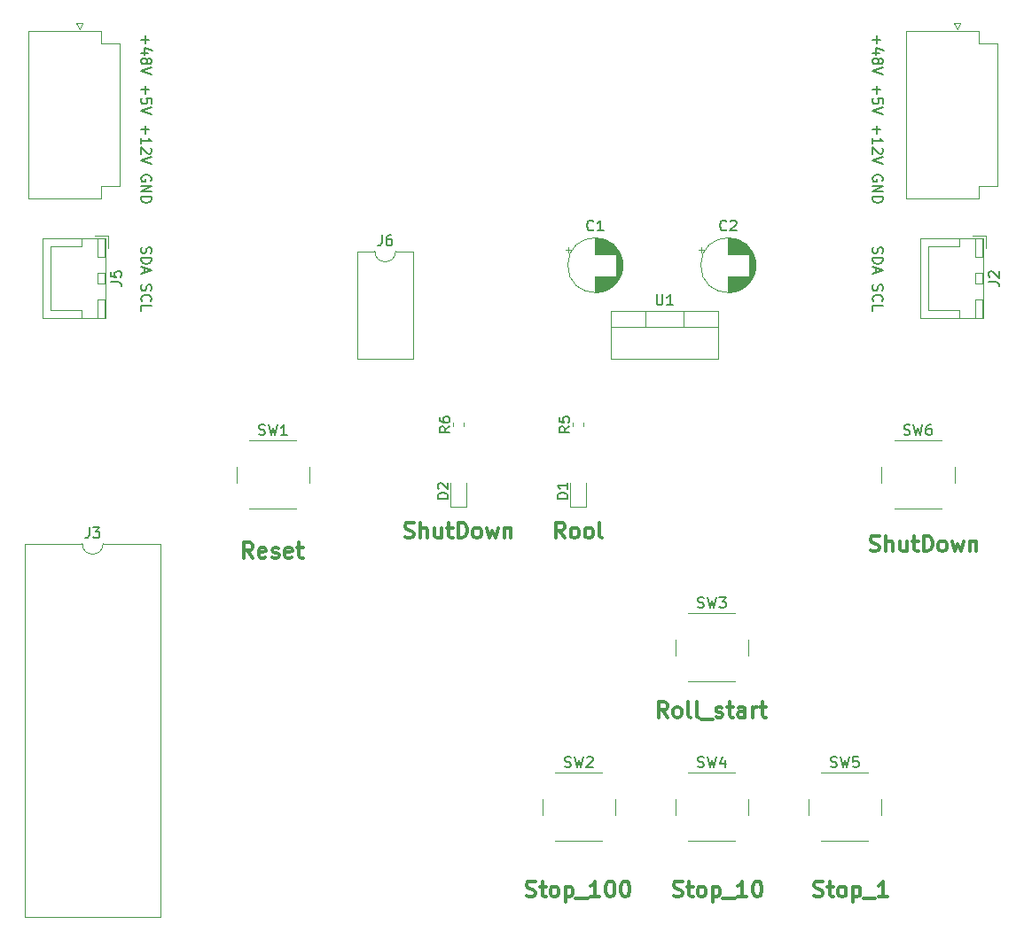
<source format=gto>
G04 #@! TF.GenerationSoftware,KiCad,Pcbnew,(5.1.6)-1*
G04 #@! TF.CreationDate,2020-09-10T20:19:44+09:00*
G04 #@! TF.ProjectId,ControllerPCB,436f6e74-726f-46c6-9c65-725043422e6b,rev?*
G04 #@! TF.SameCoordinates,Original*
G04 #@! TF.FileFunction,Legend,Top*
G04 #@! TF.FilePolarity,Positive*
%FSLAX46Y46*%
G04 Gerber Fmt 4.6, Leading zero omitted, Abs format (unit mm)*
G04 Created by KiCad (PCBNEW (5.1.6)-1) date 2020-09-10 20:19:44*
%MOMM*%
%LPD*%
G01*
G04 APERTURE LIST*
%ADD10C,0.150000*%
%ADD11C,0.300000*%
%ADD12C,0.120000*%
G04 APERTURE END LIST*
D10*
X185015238Y-78303809D02*
X184967619Y-78446666D01*
X184967619Y-78684761D01*
X185015238Y-78780000D01*
X185062857Y-78827619D01*
X185158095Y-78875238D01*
X185253333Y-78875238D01*
X185348571Y-78827619D01*
X185396190Y-78780000D01*
X185443809Y-78684761D01*
X185491428Y-78494285D01*
X185539047Y-78399047D01*
X185586666Y-78351428D01*
X185681904Y-78303809D01*
X185777142Y-78303809D01*
X185872380Y-78351428D01*
X185920000Y-78399047D01*
X185967619Y-78494285D01*
X185967619Y-78732380D01*
X185920000Y-78875238D01*
X184967619Y-79303809D02*
X185967619Y-79303809D01*
X185967619Y-79541904D01*
X185920000Y-79684761D01*
X185824761Y-79780000D01*
X185729523Y-79827619D01*
X185539047Y-79875238D01*
X185396190Y-79875238D01*
X185205714Y-79827619D01*
X185110476Y-79780000D01*
X185015238Y-79684761D01*
X184967619Y-79541904D01*
X184967619Y-79303809D01*
X185253333Y-80256190D02*
X185253333Y-80732380D01*
X184967619Y-80160952D02*
X185967619Y-80494285D01*
X184967619Y-80827619D01*
X185015238Y-81875238D02*
X184967619Y-82018095D01*
X184967619Y-82256190D01*
X185015238Y-82351428D01*
X185062857Y-82399047D01*
X185158095Y-82446666D01*
X185253333Y-82446666D01*
X185348571Y-82399047D01*
X185396190Y-82351428D01*
X185443809Y-82256190D01*
X185491428Y-82065714D01*
X185539047Y-81970476D01*
X185586666Y-81922857D01*
X185681904Y-81875238D01*
X185777142Y-81875238D01*
X185872380Y-81922857D01*
X185920000Y-81970476D01*
X185967619Y-82065714D01*
X185967619Y-82303809D01*
X185920000Y-82446666D01*
X185062857Y-83446666D02*
X185015238Y-83399047D01*
X184967619Y-83256190D01*
X184967619Y-83160952D01*
X185015238Y-83018095D01*
X185110476Y-82922857D01*
X185205714Y-82875238D01*
X185396190Y-82827619D01*
X185539047Y-82827619D01*
X185729523Y-82875238D01*
X185824761Y-82922857D01*
X185920000Y-83018095D01*
X185967619Y-83160952D01*
X185967619Y-83256190D01*
X185920000Y-83399047D01*
X185872380Y-83446666D01*
X184967619Y-84351428D02*
X184967619Y-83875238D01*
X185967619Y-83875238D01*
X115165238Y-78303809D02*
X115117619Y-78446666D01*
X115117619Y-78684761D01*
X115165238Y-78780000D01*
X115212857Y-78827619D01*
X115308095Y-78875238D01*
X115403333Y-78875238D01*
X115498571Y-78827619D01*
X115546190Y-78780000D01*
X115593809Y-78684761D01*
X115641428Y-78494285D01*
X115689047Y-78399047D01*
X115736666Y-78351428D01*
X115831904Y-78303809D01*
X115927142Y-78303809D01*
X116022380Y-78351428D01*
X116070000Y-78399047D01*
X116117619Y-78494285D01*
X116117619Y-78732380D01*
X116070000Y-78875238D01*
X115117619Y-79303809D02*
X116117619Y-79303809D01*
X116117619Y-79541904D01*
X116070000Y-79684761D01*
X115974761Y-79780000D01*
X115879523Y-79827619D01*
X115689047Y-79875238D01*
X115546190Y-79875238D01*
X115355714Y-79827619D01*
X115260476Y-79780000D01*
X115165238Y-79684761D01*
X115117619Y-79541904D01*
X115117619Y-79303809D01*
X115403333Y-80256190D02*
X115403333Y-80732380D01*
X115117619Y-80160952D02*
X116117619Y-80494285D01*
X115117619Y-80827619D01*
X115165238Y-81875238D02*
X115117619Y-82018095D01*
X115117619Y-82256190D01*
X115165238Y-82351428D01*
X115212857Y-82399047D01*
X115308095Y-82446666D01*
X115403333Y-82446666D01*
X115498571Y-82399047D01*
X115546190Y-82351428D01*
X115593809Y-82256190D01*
X115641428Y-82065714D01*
X115689047Y-81970476D01*
X115736666Y-81922857D01*
X115831904Y-81875238D01*
X115927142Y-81875238D01*
X116022380Y-81922857D01*
X116070000Y-81970476D01*
X116117619Y-82065714D01*
X116117619Y-82303809D01*
X116070000Y-82446666D01*
X115212857Y-83446666D02*
X115165238Y-83399047D01*
X115117619Y-83256190D01*
X115117619Y-83160952D01*
X115165238Y-83018095D01*
X115260476Y-82922857D01*
X115355714Y-82875238D01*
X115546190Y-82827619D01*
X115689047Y-82827619D01*
X115879523Y-82875238D01*
X115974761Y-82922857D01*
X116070000Y-83018095D01*
X116117619Y-83160952D01*
X116117619Y-83256190D01*
X116070000Y-83399047D01*
X116022380Y-83446666D01*
X115117619Y-84351428D02*
X115117619Y-83875238D01*
X116117619Y-83875238D01*
X185348571Y-58087619D02*
X185348571Y-58849523D01*
X184967619Y-58468571D02*
X185729523Y-58468571D01*
X185634285Y-59754285D02*
X184967619Y-59754285D01*
X186015238Y-59516190D02*
X185300952Y-59278095D01*
X185300952Y-59897142D01*
X185539047Y-60420952D02*
X185586666Y-60325714D01*
X185634285Y-60278095D01*
X185729523Y-60230476D01*
X185777142Y-60230476D01*
X185872380Y-60278095D01*
X185920000Y-60325714D01*
X185967619Y-60420952D01*
X185967619Y-60611428D01*
X185920000Y-60706666D01*
X185872380Y-60754285D01*
X185777142Y-60801904D01*
X185729523Y-60801904D01*
X185634285Y-60754285D01*
X185586666Y-60706666D01*
X185539047Y-60611428D01*
X185539047Y-60420952D01*
X185491428Y-60325714D01*
X185443809Y-60278095D01*
X185348571Y-60230476D01*
X185158095Y-60230476D01*
X185062857Y-60278095D01*
X185015238Y-60325714D01*
X184967619Y-60420952D01*
X184967619Y-60611428D01*
X185015238Y-60706666D01*
X185062857Y-60754285D01*
X185158095Y-60801904D01*
X185348571Y-60801904D01*
X185443809Y-60754285D01*
X185491428Y-60706666D01*
X185539047Y-60611428D01*
X185967619Y-61087619D02*
X184967619Y-61420952D01*
X185967619Y-61754285D01*
X185348571Y-62849523D02*
X185348571Y-63611428D01*
X184967619Y-63230476D02*
X185729523Y-63230476D01*
X185967619Y-64563809D02*
X185967619Y-64087619D01*
X185491428Y-64040000D01*
X185539047Y-64087619D01*
X185586666Y-64182857D01*
X185586666Y-64420952D01*
X185539047Y-64516190D01*
X185491428Y-64563809D01*
X185396190Y-64611428D01*
X185158095Y-64611428D01*
X185062857Y-64563809D01*
X185015238Y-64516190D01*
X184967619Y-64420952D01*
X184967619Y-64182857D01*
X185015238Y-64087619D01*
X185062857Y-64040000D01*
X185967619Y-64897142D02*
X184967619Y-65230476D01*
X185967619Y-65563809D01*
X185348571Y-66659047D02*
X185348571Y-67420952D01*
X184967619Y-67040000D02*
X185729523Y-67040000D01*
X184967619Y-68420952D02*
X184967619Y-67849523D01*
X184967619Y-68135238D02*
X185967619Y-68135238D01*
X185824761Y-68040000D01*
X185729523Y-67944761D01*
X185681904Y-67849523D01*
X185872380Y-68801904D02*
X185920000Y-68849523D01*
X185967619Y-68944761D01*
X185967619Y-69182857D01*
X185920000Y-69278095D01*
X185872380Y-69325714D01*
X185777142Y-69373333D01*
X185681904Y-69373333D01*
X185539047Y-69325714D01*
X184967619Y-68754285D01*
X184967619Y-69373333D01*
X185967619Y-69659047D02*
X184967619Y-69992380D01*
X185967619Y-70325714D01*
X185920000Y-71944761D02*
X185967619Y-71849523D01*
X185967619Y-71706666D01*
X185920000Y-71563809D01*
X185824761Y-71468571D01*
X185729523Y-71420952D01*
X185539047Y-71373333D01*
X185396190Y-71373333D01*
X185205714Y-71420952D01*
X185110476Y-71468571D01*
X185015238Y-71563809D01*
X184967619Y-71706666D01*
X184967619Y-71801904D01*
X185015238Y-71944761D01*
X185062857Y-71992380D01*
X185396190Y-71992380D01*
X185396190Y-71801904D01*
X184967619Y-72420952D02*
X185967619Y-72420952D01*
X184967619Y-72992380D01*
X185967619Y-72992380D01*
X184967619Y-73468571D02*
X185967619Y-73468571D01*
X185967619Y-73706666D01*
X185920000Y-73849523D01*
X185824761Y-73944761D01*
X185729523Y-73992380D01*
X185539047Y-74040000D01*
X185396190Y-74040000D01*
X185205714Y-73992380D01*
X185110476Y-73944761D01*
X185015238Y-73849523D01*
X184967619Y-73706666D01*
X184967619Y-73468571D01*
X115498571Y-58087619D02*
X115498571Y-58849523D01*
X115117619Y-58468571D02*
X115879523Y-58468571D01*
X115784285Y-59754285D02*
X115117619Y-59754285D01*
X116165238Y-59516190D02*
X115450952Y-59278095D01*
X115450952Y-59897142D01*
X115689047Y-60420952D02*
X115736666Y-60325714D01*
X115784285Y-60278095D01*
X115879523Y-60230476D01*
X115927142Y-60230476D01*
X116022380Y-60278095D01*
X116070000Y-60325714D01*
X116117619Y-60420952D01*
X116117619Y-60611428D01*
X116070000Y-60706666D01*
X116022380Y-60754285D01*
X115927142Y-60801904D01*
X115879523Y-60801904D01*
X115784285Y-60754285D01*
X115736666Y-60706666D01*
X115689047Y-60611428D01*
X115689047Y-60420952D01*
X115641428Y-60325714D01*
X115593809Y-60278095D01*
X115498571Y-60230476D01*
X115308095Y-60230476D01*
X115212857Y-60278095D01*
X115165238Y-60325714D01*
X115117619Y-60420952D01*
X115117619Y-60611428D01*
X115165238Y-60706666D01*
X115212857Y-60754285D01*
X115308095Y-60801904D01*
X115498571Y-60801904D01*
X115593809Y-60754285D01*
X115641428Y-60706666D01*
X115689047Y-60611428D01*
X116117619Y-61087619D02*
X115117619Y-61420952D01*
X116117619Y-61754285D01*
X115498571Y-62849523D02*
X115498571Y-63611428D01*
X115117619Y-63230476D02*
X115879523Y-63230476D01*
X116117619Y-64563809D02*
X116117619Y-64087619D01*
X115641428Y-64040000D01*
X115689047Y-64087619D01*
X115736666Y-64182857D01*
X115736666Y-64420952D01*
X115689047Y-64516190D01*
X115641428Y-64563809D01*
X115546190Y-64611428D01*
X115308095Y-64611428D01*
X115212857Y-64563809D01*
X115165238Y-64516190D01*
X115117619Y-64420952D01*
X115117619Y-64182857D01*
X115165238Y-64087619D01*
X115212857Y-64040000D01*
X116117619Y-64897142D02*
X115117619Y-65230476D01*
X116117619Y-65563809D01*
X115498571Y-66659047D02*
X115498571Y-67420952D01*
X115117619Y-67040000D02*
X115879523Y-67040000D01*
X115117619Y-68420952D02*
X115117619Y-67849523D01*
X115117619Y-68135238D02*
X116117619Y-68135238D01*
X115974761Y-68040000D01*
X115879523Y-67944761D01*
X115831904Y-67849523D01*
X116022380Y-68801904D02*
X116070000Y-68849523D01*
X116117619Y-68944761D01*
X116117619Y-69182857D01*
X116070000Y-69278095D01*
X116022380Y-69325714D01*
X115927142Y-69373333D01*
X115831904Y-69373333D01*
X115689047Y-69325714D01*
X115117619Y-68754285D01*
X115117619Y-69373333D01*
X116117619Y-69659047D02*
X115117619Y-69992380D01*
X116117619Y-70325714D01*
X116070000Y-71944761D02*
X116117619Y-71849523D01*
X116117619Y-71706666D01*
X116070000Y-71563809D01*
X115974761Y-71468571D01*
X115879523Y-71420952D01*
X115689047Y-71373333D01*
X115546190Y-71373333D01*
X115355714Y-71420952D01*
X115260476Y-71468571D01*
X115165238Y-71563809D01*
X115117619Y-71706666D01*
X115117619Y-71801904D01*
X115165238Y-71944761D01*
X115212857Y-71992380D01*
X115546190Y-71992380D01*
X115546190Y-71801904D01*
X115117619Y-72420952D02*
X116117619Y-72420952D01*
X115117619Y-72992380D01*
X116117619Y-72992380D01*
X115117619Y-73468571D02*
X116117619Y-73468571D01*
X116117619Y-73706666D01*
X116070000Y-73849523D01*
X115974761Y-73944761D01*
X115879523Y-73992380D01*
X115689047Y-74040000D01*
X115546190Y-74040000D01*
X115355714Y-73992380D01*
X115260476Y-73944761D01*
X115165238Y-73849523D01*
X115117619Y-73706666D01*
X115117619Y-73468571D01*
D11*
X125777857Y-107993571D02*
X125277857Y-107279285D01*
X124920714Y-107993571D02*
X124920714Y-106493571D01*
X125492142Y-106493571D01*
X125635000Y-106565000D01*
X125706428Y-106636428D01*
X125777857Y-106779285D01*
X125777857Y-106993571D01*
X125706428Y-107136428D01*
X125635000Y-107207857D01*
X125492142Y-107279285D01*
X124920714Y-107279285D01*
X126992142Y-107922142D02*
X126849285Y-107993571D01*
X126563571Y-107993571D01*
X126420714Y-107922142D01*
X126349285Y-107779285D01*
X126349285Y-107207857D01*
X126420714Y-107065000D01*
X126563571Y-106993571D01*
X126849285Y-106993571D01*
X126992142Y-107065000D01*
X127063571Y-107207857D01*
X127063571Y-107350714D01*
X126349285Y-107493571D01*
X127635000Y-107922142D02*
X127777857Y-107993571D01*
X128063571Y-107993571D01*
X128206428Y-107922142D01*
X128277857Y-107779285D01*
X128277857Y-107707857D01*
X128206428Y-107565000D01*
X128063571Y-107493571D01*
X127849285Y-107493571D01*
X127706428Y-107422142D01*
X127635000Y-107279285D01*
X127635000Y-107207857D01*
X127706428Y-107065000D01*
X127849285Y-106993571D01*
X128063571Y-106993571D01*
X128206428Y-107065000D01*
X129492142Y-107922142D02*
X129349285Y-107993571D01*
X129063571Y-107993571D01*
X128920714Y-107922142D01*
X128849285Y-107779285D01*
X128849285Y-107207857D01*
X128920714Y-107065000D01*
X129063571Y-106993571D01*
X129349285Y-106993571D01*
X129492142Y-107065000D01*
X129563571Y-107207857D01*
X129563571Y-107350714D01*
X128849285Y-107493571D01*
X129992142Y-106993571D02*
X130563571Y-106993571D01*
X130206428Y-106493571D02*
X130206428Y-107779285D01*
X130277857Y-107922142D01*
X130420714Y-107993571D01*
X130563571Y-107993571D01*
X165366428Y-123233571D02*
X164866428Y-122519285D01*
X164509285Y-123233571D02*
X164509285Y-121733571D01*
X165080714Y-121733571D01*
X165223571Y-121805000D01*
X165295000Y-121876428D01*
X165366428Y-122019285D01*
X165366428Y-122233571D01*
X165295000Y-122376428D01*
X165223571Y-122447857D01*
X165080714Y-122519285D01*
X164509285Y-122519285D01*
X166223571Y-123233571D02*
X166080714Y-123162142D01*
X166009285Y-123090714D01*
X165937857Y-122947857D01*
X165937857Y-122519285D01*
X166009285Y-122376428D01*
X166080714Y-122305000D01*
X166223571Y-122233571D01*
X166437857Y-122233571D01*
X166580714Y-122305000D01*
X166652142Y-122376428D01*
X166723571Y-122519285D01*
X166723571Y-122947857D01*
X166652142Y-123090714D01*
X166580714Y-123162142D01*
X166437857Y-123233571D01*
X166223571Y-123233571D01*
X167580714Y-123233571D02*
X167437857Y-123162142D01*
X167366428Y-123019285D01*
X167366428Y-121733571D01*
X168366428Y-123233571D02*
X168223571Y-123162142D01*
X168152142Y-123019285D01*
X168152142Y-121733571D01*
X168580714Y-123376428D02*
X169723571Y-123376428D01*
X170009285Y-123162142D02*
X170152142Y-123233571D01*
X170437857Y-123233571D01*
X170580714Y-123162142D01*
X170652142Y-123019285D01*
X170652142Y-122947857D01*
X170580714Y-122805000D01*
X170437857Y-122733571D01*
X170223571Y-122733571D01*
X170080714Y-122662142D01*
X170009285Y-122519285D01*
X170009285Y-122447857D01*
X170080714Y-122305000D01*
X170223571Y-122233571D01*
X170437857Y-122233571D01*
X170580714Y-122305000D01*
X171080714Y-122233571D02*
X171652142Y-122233571D01*
X171295000Y-121733571D02*
X171295000Y-123019285D01*
X171366428Y-123162142D01*
X171509285Y-123233571D01*
X171652142Y-123233571D01*
X172795000Y-123233571D02*
X172795000Y-122447857D01*
X172723571Y-122305000D01*
X172580714Y-122233571D01*
X172295000Y-122233571D01*
X172152142Y-122305000D01*
X172795000Y-123162142D02*
X172652142Y-123233571D01*
X172295000Y-123233571D01*
X172152142Y-123162142D01*
X172080714Y-123019285D01*
X172080714Y-122876428D01*
X172152142Y-122733571D01*
X172295000Y-122662142D01*
X172652142Y-122662142D01*
X172795000Y-122590714D01*
X173509285Y-123233571D02*
X173509285Y-122233571D01*
X173509285Y-122519285D02*
X173580714Y-122376428D01*
X173652142Y-122305000D01*
X173795000Y-122233571D01*
X173937857Y-122233571D01*
X174223571Y-122233571D02*
X174795000Y-122233571D01*
X174437857Y-121733571D02*
X174437857Y-123019285D01*
X174509285Y-123162142D01*
X174652142Y-123233571D01*
X174795000Y-123233571D01*
X179380000Y-140307142D02*
X179594285Y-140378571D01*
X179951428Y-140378571D01*
X180094285Y-140307142D01*
X180165714Y-140235714D01*
X180237142Y-140092857D01*
X180237142Y-139950000D01*
X180165714Y-139807142D01*
X180094285Y-139735714D01*
X179951428Y-139664285D01*
X179665714Y-139592857D01*
X179522857Y-139521428D01*
X179451428Y-139450000D01*
X179380000Y-139307142D01*
X179380000Y-139164285D01*
X179451428Y-139021428D01*
X179522857Y-138950000D01*
X179665714Y-138878571D01*
X180022857Y-138878571D01*
X180237142Y-138950000D01*
X180665714Y-139378571D02*
X181237142Y-139378571D01*
X180880000Y-138878571D02*
X180880000Y-140164285D01*
X180951428Y-140307142D01*
X181094285Y-140378571D01*
X181237142Y-140378571D01*
X181951428Y-140378571D02*
X181808571Y-140307142D01*
X181737142Y-140235714D01*
X181665714Y-140092857D01*
X181665714Y-139664285D01*
X181737142Y-139521428D01*
X181808571Y-139450000D01*
X181951428Y-139378571D01*
X182165714Y-139378571D01*
X182308571Y-139450000D01*
X182380000Y-139521428D01*
X182451428Y-139664285D01*
X182451428Y-140092857D01*
X182380000Y-140235714D01*
X182308571Y-140307142D01*
X182165714Y-140378571D01*
X181951428Y-140378571D01*
X183094285Y-139378571D02*
X183094285Y-140878571D01*
X183094285Y-139450000D02*
X183237142Y-139378571D01*
X183522857Y-139378571D01*
X183665714Y-139450000D01*
X183737142Y-139521428D01*
X183808571Y-139664285D01*
X183808571Y-140092857D01*
X183737142Y-140235714D01*
X183665714Y-140307142D01*
X183522857Y-140378571D01*
X183237142Y-140378571D01*
X183094285Y-140307142D01*
X184094285Y-140521428D02*
X185237142Y-140521428D01*
X186380000Y-140378571D02*
X185522857Y-140378571D01*
X185951428Y-140378571D02*
X185951428Y-138878571D01*
X185808571Y-139092857D01*
X185665714Y-139235714D01*
X185522857Y-139307142D01*
X165965714Y-140307142D02*
X166180000Y-140378571D01*
X166537142Y-140378571D01*
X166680000Y-140307142D01*
X166751428Y-140235714D01*
X166822857Y-140092857D01*
X166822857Y-139950000D01*
X166751428Y-139807142D01*
X166680000Y-139735714D01*
X166537142Y-139664285D01*
X166251428Y-139592857D01*
X166108571Y-139521428D01*
X166037142Y-139450000D01*
X165965714Y-139307142D01*
X165965714Y-139164285D01*
X166037142Y-139021428D01*
X166108571Y-138950000D01*
X166251428Y-138878571D01*
X166608571Y-138878571D01*
X166822857Y-138950000D01*
X167251428Y-139378571D02*
X167822857Y-139378571D01*
X167465714Y-138878571D02*
X167465714Y-140164285D01*
X167537142Y-140307142D01*
X167680000Y-140378571D01*
X167822857Y-140378571D01*
X168537142Y-140378571D02*
X168394285Y-140307142D01*
X168322857Y-140235714D01*
X168251428Y-140092857D01*
X168251428Y-139664285D01*
X168322857Y-139521428D01*
X168394285Y-139450000D01*
X168537142Y-139378571D01*
X168751428Y-139378571D01*
X168894285Y-139450000D01*
X168965714Y-139521428D01*
X169037142Y-139664285D01*
X169037142Y-140092857D01*
X168965714Y-140235714D01*
X168894285Y-140307142D01*
X168751428Y-140378571D01*
X168537142Y-140378571D01*
X169680000Y-139378571D02*
X169680000Y-140878571D01*
X169680000Y-139450000D02*
X169822857Y-139378571D01*
X170108571Y-139378571D01*
X170251428Y-139450000D01*
X170322857Y-139521428D01*
X170394285Y-139664285D01*
X170394285Y-140092857D01*
X170322857Y-140235714D01*
X170251428Y-140307142D01*
X170108571Y-140378571D01*
X169822857Y-140378571D01*
X169680000Y-140307142D01*
X170680000Y-140521428D02*
X171822857Y-140521428D01*
X172965714Y-140378571D02*
X172108571Y-140378571D01*
X172537142Y-140378571D02*
X172537142Y-138878571D01*
X172394285Y-139092857D01*
X172251428Y-139235714D01*
X172108571Y-139307142D01*
X173894285Y-138878571D02*
X174037142Y-138878571D01*
X174180000Y-138950000D01*
X174251428Y-139021428D01*
X174322857Y-139164285D01*
X174394285Y-139450000D01*
X174394285Y-139807142D01*
X174322857Y-140092857D01*
X174251428Y-140235714D01*
X174180000Y-140307142D01*
X174037142Y-140378571D01*
X173894285Y-140378571D01*
X173751428Y-140307142D01*
X173680000Y-140235714D01*
X173608571Y-140092857D01*
X173537142Y-139807142D01*
X173537142Y-139450000D01*
X173608571Y-139164285D01*
X173680000Y-139021428D01*
X173751428Y-138950000D01*
X173894285Y-138878571D01*
X151916428Y-140307142D02*
X152130714Y-140378571D01*
X152487857Y-140378571D01*
X152630714Y-140307142D01*
X152702142Y-140235714D01*
X152773571Y-140092857D01*
X152773571Y-139950000D01*
X152702142Y-139807142D01*
X152630714Y-139735714D01*
X152487857Y-139664285D01*
X152202142Y-139592857D01*
X152059285Y-139521428D01*
X151987857Y-139450000D01*
X151916428Y-139307142D01*
X151916428Y-139164285D01*
X151987857Y-139021428D01*
X152059285Y-138950000D01*
X152202142Y-138878571D01*
X152559285Y-138878571D01*
X152773571Y-138950000D01*
X153202142Y-139378571D02*
X153773571Y-139378571D01*
X153416428Y-138878571D02*
X153416428Y-140164285D01*
X153487857Y-140307142D01*
X153630714Y-140378571D01*
X153773571Y-140378571D01*
X154487857Y-140378571D02*
X154345000Y-140307142D01*
X154273571Y-140235714D01*
X154202142Y-140092857D01*
X154202142Y-139664285D01*
X154273571Y-139521428D01*
X154345000Y-139450000D01*
X154487857Y-139378571D01*
X154702142Y-139378571D01*
X154845000Y-139450000D01*
X154916428Y-139521428D01*
X154987857Y-139664285D01*
X154987857Y-140092857D01*
X154916428Y-140235714D01*
X154845000Y-140307142D01*
X154702142Y-140378571D01*
X154487857Y-140378571D01*
X155630714Y-139378571D02*
X155630714Y-140878571D01*
X155630714Y-139450000D02*
X155773571Y-139378571D01*
X156059285Y-139378571D01*
X156202142Y-139450000D01*
X156273571Y-139521428D01*
X156345000Y-139664285D01*
X156345000Y-140092857D01*
X156273571Y-140235714D01*
X156202142Y-140307142D01*
X156059285Y-140378571D01*
X155773571Y-140378571D01*
X155630714Y-140307142D01*
X156630714Y-140521428D02*
X157773571Y-140521428D01*
X158916428Y-140378571D02*
X158059285Y-140378571D01*
X158487857Y-140378571D02*
X158487857Y-138878571D01*
X158345000Y-139092857D01*
X158202142Y-139235714D01*
X158059285Y-139307142D01*
X159845000Y-138878571D02*
X159987857Y-138878571D01*
X160130714Y-138950000D01*
X160202142Y-139021428D01*
X160273571Y-139164285D01*
X160345000Y-139450000D01*
X160345000Y-139807142D01*
X160273571Y-140092857D01*
X160202142Y-140235714D01*
X160130714Y-140307142D01*
X159987857Y-140378571D01*
X159845000Y-140378571D01*
X159702142Y-140307142D01*
X159630714Y-140235714D01*
X159559285Y-140092857D01*
X159487857Y-139807142D01*
X159487857Y-139450000D01*
X159559285Y-139164285D01*
X159630714Y-139021428D01*
X159702142Y-138950000D01*
X159845000Y-138878571D01*
X161273571Y-138878571D02*
X161416428Y-138878571D01*
X161559285Y-138950000D01*
X161630714Y-139021428D01*
X161702142Y-139164285D01*
X161773571Y-139450000D01*
X161773571Y-139807142D01*
X161702142Y-140092857D01*
X161630714Y-140235714D01*
X161559285Y-140307142D01*
X161416428Y-140378571D01*
X161273571Y-140378571D01*
X161130714Y-140307142D01*
X161059285Y-140235714D01*
X160987857Y-140092857D01*
X160916428Y-139807142D01*
X160916428Y-139450000D01*
X160987857Y-139164285D01*
X161059285Y-139021428D01*
X161130714Y-138950000D01*
X161273571Y-138878571D01*
X184757857Y-107287142D02*
X184972142Y-107358571D01*
X185329285Y-107358571D01*
X185472142Y-107287142D01*
X185543571Y-107215714D01*
X185615000Y-107072857D01*
X185615000Y-106930000D01*
X185543571Y-106787142D01*
X185472142Y-106715714D01*
X185329285Y-106644285D01*
X185043571Y-106572857D01*
X184900714Y-106501428D01*
X184829285Y-106430000D01*
X184757857Y-106287142D01*
X184757857Y-106144285D01*
X184829285Y-106001428D01*
X184900714Y-105930000D01*
X185043571Y-105858571D01*
X185400714Y-105858571D01*
X185615000Y-105930000D01*
X186257857Y-107358571D02*
X186257857Y-105858571D01*
X186900714Y-107358571D02*
X186900714Y-106572857D01*
X186829285Y-106430000D01*
X186686428Y-106358571D01*
X186472142Y-106358571D01*
X186329285Y-106430000D01*
X186257857Y-106501428D01*
X188257857Y-106358571D02*
X188257857Y-107358571D01*
X187615000Y-106358571D02*
X187615000Y-107144285D01*
X187686428Y-107287142D01*
X187829285Y-107358571D01*
X188043571Y-107358571D01*
X188186428Y-107287142D01*
X188257857Y-107215714D01*
X188757857Y-106358571D02*
X189329285Y-106358571D01*
X188972142Y-105858571D02*
X188972142Y-107144285D01*
X189043571Y-107287142D01*
X189186428Y-107358571D01*
X189329285Y-107358571D01*
X189829285Y-107358571D02*
X189829285Y-105858571D01*
X190186428Y-105858571D01*
X190400714Y-105930000D01*
X190543571Y-106072857D01*
X190615000Y-106215714D01*
X190686428Y-106501428D01*
X190686428Y-106715714D01*
X190615000Y-107001428D01*
X190543571Y-107144285D01*
X190400714Y-107287142D01*
X190186428Y-107358571D01*
X189829285Y-107358571D01*
X191543571Y-107358571D02*
X191400714Y-107287142D01*
X191329285Y-107215714D01*
X191257857Y-107072857D01*
X191257857Y-106644285D01*
X191329285Y-106501428D01*
X191400714Y-106430000D01*
X191543571Y-106358571D01*
X191757857Y-106358571D01*
X191900714Y-106430000D01*
X191972142Y-106501428D01*
X192043571Y-106644285D01*
X192043571Y-107072857D01*
X191972142Y-107215714D01*
X191900714Y-107287142D01*
X191757857Y-107358571D01*
X191543571Y-107358571D01*
X192543571Y-106358571D02*
X192829285Y-107358571D01*
X193115000Y-106644285D01*
X193400714Y-107358571D01*
X193686428Y-106358571D01*
X194257857Y-106358571D02*
X194257857Y-107358571D01*
X194257857Y-106501428D02*
X194329285Y-106430000D01*
X194472142Y-106358571D01*
X194686428Y-106358571D01*
X194829285Y-106430000D01*
X194900714Y-106572857D01*
X194900714Y-107358571D01*
X155559285Y-106088571D02*
X155059285Y-105374285D01*
X154702142Y-106088571D02*
X154702142Y-104588571D01*
X155273571Y-104588571D01*
X155416428Y-104660000D01*
X155487857Y-104731428D01*
X155559285Y-104874285D01*
X155559285Y-105088571D01*
X155487857Y-105231428D01*
X155416428Y-105302857D01*
X155273571Y-105374285D01*
X154702142Y-105374285D01*
X156416428Y-106088571D02*
X156273571Y-106017142D01*
X156202142Y-105945714D01*
X156130714Y-105802857D01*
X156130714Y-105374285D01*
X156202142Y-105231428D01*
X156273571Y-105160000D01*
X156416428Y-105088571D01*
X156630714Y-105088571D01*
X156773571Y-105160000D01*
X156845000Y-105231428D01*
X156916428Y-105374285D01*
X156916428Y-105802857D01*
X156845000Y-105945714D01*
X156773571Y-106017142D01*
X156630714Y-106088571D01*
X156416428Y-106088571D01*
X157773571Y-106088571D02*
X157630714Y-106017142D01*
X157559285Y-105945714D01*
X157487857Y-105802857D01*
X157487857Y-105374285D01*
X157559285Y-105231428D01*
X157630714Y-105160000D01*
X157773571Y-105088571D01*
X157987857Y-105088571D01*
X158130714Y-105160000D01*
X158202142Y-105231428D01*
X158273571Y-105374285D01*
X158273571Y-105802857D01*
X158202142Y-105945714D01*
X158130714Y-106017142D01*
X157987857Y-106088571D01*
X157773571Y-106088571D01*
X159130714Y-106088571D02*
X158987857Y-106017142D01*
X158916428Y-105874285D01*
X158916428Y-104588571D01*
X140307857Y-106017142D02*
X140522142Y-106088571D01*
X140879285Y-106088571D01*
X141022142Y-106017142D01*
X141093571Y-105945714D01*
X141165000Y-105802857D01*
X141165000Y-105660000D01*
X141093571Y-105517142D01*
X141022142Y-105445714D01*
X140879285Y-105374285D01*
X140593571Y-105302857D01*
X140450714Y-105231428D01*
X140379285Y-105160000D01*
X140307857Y-105017142D01*
X140307857Y-104874285D01*
X140379285Y-104731428D01*
X140450714Y-104660000D01*
X140593571Y-104588571D01*
X140950714Y-104588571D01*
X141165000Y-104660000D01*
X141807857Y-106088571D02*
X141807857Y-104588571D01*
X142450714Y-106088571D02*
X142450714Y-105302857D01*
X142379285Y-105160000D01*
X142236428Y-105088571D01*
X142022142Y-105088571D01*
X141879285Y-105160000D01*
X141807857Y-105231428D01*
X143807857Y-105088571D02*
X143807857Y-106088571D01*
X143165000Y-105088571D02*
X143165000Y-105874285D01*
X143236428Y-106017142D01*
X143379285Y-106088571D01*
X143593571Y-106088571D01*
X143736428Y-106017142D01*
X143807857Y-105945714D01*
X144307857Y-105088571D02*
X144879285Y-105088571D01*
X144522142Y-104588571D02*
X144522142Y-105874285D01*
X144593571Y-106017142D01*
X144736428Y-106088571D01*
X144879285Y-106088571D01*
X145379285Y-106088571D02*
X145379285Y-104588571D01*
X145736428Y-104588571D01*
X145950714Y-104660000D01*
X146093571Y-104802857D01*
X146165000Y-104945714D01*
X146236428Y-105231428D01*
X146236428Y-105445714D01*
X146165000Y-105731428D01*
X146093571Y-105874285D01*
X145950714Y-106017142D01*
X145736428Y-106088571D01*
X145379285Y-106088571D01*
X147093571Y-106088571D02*
X146950714Y-106017142D01*
X146879285Y-105945714D01*
X146807857Y-105802857D01*
X146807857Y-105374285D01*
X146879285Y-105231428D01*
X146950714Y-105160000D01*
X147093571Y-105088571D01*
X147307857Y-105088571D01*
X147450714Y-105160000D01*
X147522142Y-105231428D01*
X147593571Y-105374285D01*
X147593571Y-105802857D01*
X147522142Y-105945714D01*
X147450714Y-106017142D01*
X147307857Y-106088571D01*
X147093571Y-106088571D01*
X148093571Y-105088571D02*
X148379285Y-106088571D01*
X148665000Y-105374285D01*
X148950714Y-106088571D01*
X149236428Y-105088571D01*
X149807857Y-105088571D02*
X149807857Y-106088571D01*
X149807857Y-105231428D02*
X149879285Y-105160000D01*
X150022142Y-105088571D01*
X150236428Y-105088571D01*
X150379285Y-105160000D01*
X150450714Y-105302857D01*
X150450714Y-106088571D01*
D12*
G04 #@! TO.C,U1*
X159980000Y-84360000D02*
X170220000Y-84360000D01*
X159980000Y-89001000D02*
X170220000Y-89001000D01*
X159980000Y-84360000D02*
X159980000Y-89001000D01*
X170220000Y-84360000D02*
X170220000Y-89001000D01*
X159980000Y-85870000D02*
X170220000Y-85870000D01*
X163250000Y-84360000D02*
X163250000Y-85870000D01*
X166951000Y-84360000D02*
X166951000Y-85870000D01*
G04 #@! TO.C,SW6*
X187055000Y-103290000D02*
X191555000Y-103290000D01*
X185805000Y-99290000D02*
X185805000Y-100790000D01*
X191555000Y-96790000D02*
X187055000Y-96790000D01*
X192805000Y-100790000D02*
X192805000Y-99290000D01*
G04 #@! TO.C,SW5*
X180070000Y-135040000D02*
X184570000Y-135040000D01*
X178820000Y-131040000D02*
X178820000Y-132540000D01*
X184570000Y-128540000D02*
X180070000Y-128540000D01*
X185820000Y-132540000D02*
X185820000Y-131040000D01*
G04 #@! TO.C,SW4*
X167370000Y-135040000D02*
X171870000Y-135040000D01*
X166120000Y-131040000D02*
X166120000Y-132540000D01*
X171870000Y-128540000D02*
X167370000Y-128540000D01*
X173120000Y-132540000D02*
X173120000Y-131040000D01*
G04 #@! TO.C,SW3*
X167370000Y-119800000D02*
X171870000Y-119800000D01*
X166120000Y-115800000D02*
X166120000Y-117300000D01*
X171870000Y-113300000D02*
X167370000Y-113300000D01*
X173120000Y-117300000D02*
X173120000Y-115800000D01*
G04 #@! TO.C,SW2*
X154670000Y-135040000D02*
X159170000Y-135040000D01*
X153420000Y-131040000D02*
X153420000Y-132540000D01*
X159170000Y-128540000D02*
X154670000Y-128540000D01*
X160420000Y-132540000D02*
X160420000Y-131040000D01*
G04 #@! TO.C,SW1*
X125460000Y-103290000D02*
X129960000Y-103290000D01*
X124210000Y-99290000D02*
X124210000Y-100790000D01*
X129960000Y-96790000D02*
X125460000Y-96790000D01*
X131210000Y-100790000D02*
X131210000Y-99290000D01*
G04 #@! TO.C,R6*
X145925000Y-95087221D02*
X145925000Y-95412779D01*
X144905000Y-95087221D02*
X144905000Y-95412779D01*
G04 #@! TO.C,R5*
X157355000Y-95087221D02*
X157355000Y-95412779D01*
X156335000Y-95087221D02*
X156335000Y-95412779D01*
G04 #@! TO.C,J6*
X137430000Y-78680000D02*
X135780000Y-78680000D01*
X135780000Y-78680000D02*
X135780000Y-88960000D01*
X135780000Y-88960000D02*
X141080000Y-88960000D01*
X141080000Y-88960000D02*
X141080000Y-78680000D01*
X141080000Y-78680000D02*
X139430000Y-78680000D01*
X139430000Y-78680000D02*
G75*
G02*
X137430000Y-78680000I-1000000J0D01*
G01*
G04 #@! TO.C,J5*
X111680000Y-77450000D02*
X105710000Y-77450000D01*
X105710000Y-77450000D02*
X105710000Y-85070000D01*
X105710000Y-85070000D02*
X111680000Y-85070000D01*
X111680000Y-85070000D02*
X111680000Y-77450000D01*
X111670000Y-80760000D02*
X110920000Y-80760000D01*
X110920000Y-80760000D02*
X110920000Y-81760000D01*
X110920000Y-81760000D02*
X111670000Y-81760000D01*
X111670000Y-81760000D02*
X111670000Y-80760000D01*
X111670000Y-77460000D02*
X110920000Y-77460000D01*
X110920000Y-77460000D02*
X110920000Y-79260000D01*
X110920000Y-79260000D02*
X111670000Y-79260000D01*
X111670000Y-79260000D02*
X111670000Y-77460000D01*
X111670000Y-83260000D02*
X110920000Y-83260000D01*
X110920000Y-83260000D02*
X110920000Y-85060000D01*
X110920000Y-85060000D02*
X111670000Y-85060000D01*
X111670000Y-85060000D02*
X111670000Y-83260000D01*
X109420000Y-77460000D02*
X109420000Y-78210000D01*
X109420000Y-78210000D02*
X106470000Y-78210000D01*
X106470000Y-78210000D02*
X106470000Y-81260000D01*
X109420000Y-85060000D02*
X109420000Y-84310000D01*
X109420000Y-84310000D02*
X106470000Y-84310000D01*
X106470000Y-84310000D02*
X106470000Y-81260000D01*
X111970000Y-78410000D02*
X111970000Y-77160000D01*
X111970000Y-77160000D02*
X110720000Y-77160000D01*
G04 #@! TO.C,J4*
X188130000Y-57630000D02*
X195150000Y-57630000D01*
X195150000Y-57630000D02*
X195150000Y-58830000D01*
X195150000Y-58830000D02*
X196850000Y-58830000D01*
X196850000Y-58830000D02*
X196850000Y-72430000D01*
X196850000Y-72430000D02*
X195150000Y-72430000D01*
X195150000Y-72430000D02*
X195150000Y-73630000D01*
X195150000Y-73630000D02*
X188130000Y-73630000D01*
X188130000Y-73630000D02*
X188130000Y-57630000D01*
X193040000Y-57430000D02*
X192740000Y-56830000D01*
X192740000Y-56830000D02*
X193340000Y-56830000D01*
X193340000Y-56830000D02*
X193040000Y-57430000D01*
G04 #@! TO.C,J3*
X109490000Y-106620000D02*
X104030000Y-106620000D01*
X104030000Y-106620000D02*
X104030000Y-142300000D01*
X104030000Y-142300000D02*
X116950000Y-142300000D01*
X116950000Y-142300000D02*
X116950000Y-106620000D01*
X116950000Y-106620000D02*
X111490000Y-106620000D01*
X111490000Y-106620000D02*
G75*
G02*
X109490000Y-106620000I-1000000J0D01*
G01*
G04 #@! TO.C,J2*
X195500000Y-77450000D02*
X189530000Y-77450000D01*
X189530000Y-77450000D02*
X189530000Y-85070000D01*
X189530000Y-85070000D02*
X195500000Y-85070000D01*
X195500000Y-85070000D02*
X195500000Y-77450000D01*
X195490000Y-80760000D02*
X194740000Y-80760000D01*
X194740000Y-80760000D02*
X194740000Y-81760000D01*
X194740000Y-81760000D02*
X195490000Y-81760000D01*
X195490000Y-81760000D02*
X195490000Y-80760000D01*
X195490000Y-77460000D02*
X194740000Y-77460000D01*
X194740000Y-77460000D02*
X194740000Y-79260000D01*
X194740000Y-79260000D02*
X195490000Y-79260000D01*
X195490000Y-79260000D02*
X195490000Y-77460000D01*
X195490000Y-83260000D02*
X194740000Y-83260000D01*
X194740000Y-83260000D02*
X194740000Y-85060000D01*
X194740000Y-85060000D02*
X195490000Y-85060000D01*
X195490000Y-85060000D02*
X195490000Y-83260000D01*
X193240000Y-77460000D02*
X193240000Y-78210000D01*
X193240000Y-78210000D02*
X190290000Y-78210000D01*
X190290000Y-78210000D02*
X190290000Y-81260000D01*
X193240000Y-85060000D02*
X193240000Y-84310000D01*
X193240000Y-84310000D02*
X190290000Y-84310000D01*
X190290000Y-84310000D02*
X190290000Y-81260000D01*
X195790000Y-78410000D02*
X195790000Y-77160000D01*
X195790000Y-77160000D02*
X194540000Y-77160000D01*
G04 #@! TO.C,J1*
X104310000Y-57630000D02*
X111330000Y-57630000D01*
X111330000Y-57630000D02*
X111330000Y-58830000D01*
X111330000Y-58830000D02*
X113030000Y-58830000D01*
X113030000Y-58830000D02*
X113030000Y-72430000D01*
X113030000Y-72430000D02*
X111330000Y-72430000D01*
X111330000Y-72430000D02*
X111330000Y-73630000D01*
X111330000Y-73630000D02*
X104310000Y-73630000D01*
X104310000Y-73630000D02*
X104310000Y-57630000D01*
X109220000Y-57430000D02*
X108920000Y-56830000D01*
X108920000Y-56830000D02*
X109520000Y-56830000D01*
X109520000Y-56830000D02*
X109220000Y-57430000D01*
G04 #@! TO.C,D2*
X144680000Y-100800000D02*
X144680000Y-103085000D01*
X144680000Y-103085000D02*
X146150000Y-103085000D01*
X146150000Y-103085000D02*
X146150000Y-100800000D01*
G04 #@! TO.C,D1*
X156110000Y-100800000D02*
X156110000Y-103085000D01*
X156110000Y-103085000D02*
X157580000Y-103085000D01*
X157580000Y-103085000D02*
X157580000Y-100800000D01*
G04 #@! TO.C,C2*
X173800000Y-80010000D02*
G75*
G03*
X173800000Y-80010000I-2620000J0D01*
G01*
X171180000Y-81050000D02*
X171180000Y-82590000D01*
X171180000Y-77430000D02*
X171180000Y-78970000D01*
X171220000Y-81050000D02*
X171220000Y-82590000D01*
X171220000Y-77430000D02*
X171220000Y-78970000D01*
X171260000Y-77431000D02*
X171260000Y-78970000D01*
X171260000Y-81050000D02*
X171260000Y-82589000D01*
X171300000Y-77432000D02*
X171300000Y-78970000D01*
X171300000Y-81050000D02*
X171300000Y-82588000D01*
X171340000Y-77434000D02*
X171340000Y-78970000D01*
X171340000Y-81050000D02*
X171340000Y-82586000D01*
X171380000Y-77437000D02*
X171380000Y-78970000D01*
X171380000Y-81050000D02*
X171380000Y-82583000D01*
X171420000Y-77441000D02*
X171420000Y-78970000D01*
X171420000Y-81050000D02*
X171420000Y-82579000D01*
X171460000Y-77445000D02*
X171460000Y-78970000D01*
X171460000Y-81050000D02*
X171460000Y-82575000D01*
X171500000Y-77449000D02*
X171500000Y-78970000D01*
X171500000Y-81050000D02*
X171500000Y-82571000D01*
X171540000Y-77454000D02*
X171540000Y-78970000D01*
X171540000Y-81050000D02*
X171540000Y-82566000D01*
X171580000Y-77460000D02*
X171580000Y-78970000D01*
X171580000Y-81050000D02*
X171580000Y-82560000D01*
X171620000Y-77467000D02*
X171620000Y-78970000D01*
X171620000Y-81050000D02*
X171620000Y-82553000D01*
X171660000Y-77474000D02*
X171660000Y-78970000D01*
X171660000Y-81050000D02*
X171660000Y-82546000D01*
X171700000Y-77482000D02*
X171700000Y-78970000D01*
X171700000Y-81050000D02*
X171700000Y-82538000D01*
X171740000Y-77490000D02*
X171740000Y-78970000D01*
X171740000Y-81050000D02*
X171740000Y-82530000D01*
X171780000Y-77499000D02*
X171780000Y-78970000D01*
X171780000Y-81050000D02*
X171780000Y-82521000D01*
X171820000Y-77509000D02*
X171820000Y-78970000D01*
X171820000Y-81050000D02*
X171820000Y-82511000D01*
X171860000Y-77519000D02*
X171860000Y-78970000D01*
X171860000Y-81050000D02*
X171860000Y-82501000D01*
X171901000Y-77530000D02*
X171901000Y-78970000D01*
X171901000Y-81050000D02*
X171901000Y-82490000D01*
X171941000Y-77542000D02*
X171941000Y-78970000D01*
X171941000Y-81050000D02*
X171941000Y-82478000D01*
X171981000Y-77555000D02*
X171981000Y-78970000D01*
X171981000Y-81050000D02*
X171981000Y-82465000D01*
X172021000Y-77568000D02*
X172021000Y-78970000D01*
X172021000Y-81050000D02*
X172021000Y-82452000D01*
X172061000Y-77582000D02*
X172061000Y-78970000D01*
X172061000Y-81050000D02*
X172061000Y-82438000D01*
X172101000Y-77596000D02*
X172101000Y-78970000D01*
X172101000Y-81050000D02*
X172101000Y-82424000D01*
X172141000Y-77612000D02*
X172141000Y-78970000D01*
X172141000Y-81050000D02*
X172141000Y-82408000D01*
X172181000Y-77628000D02*
X172181000Y-78970000D01*
X172181000Y-81050000D02*
X172181000Y-82392000D01*
X172221000Y-77645000D02*
X172221000Y-78970000D01*
X172221000Y-81050000D02*
X172221000Y-82375000D01*
X172261000Y-77662000D02*
X172261000Y-78970000D01*
X172261000Y-81050000D02*
X172261000Y-82358000D01*
X172301000Y-77681000D02*
X172301000Y-78970000D01*
X172301000Y-81050000D02*
X172301000Y-82339000D01*
X172341000Y-77700000D02*
X172341000Y-78970000D01*
X172341000Y-81050000D02*
X172341000Y-82320000D01*
X172381000Y-77720000D02*
X172381000Y-78970000D01*
X172381000Y-81050000D02*
X172381000Y-82300000D01*
X172421000Y-77742000D02*
X172421000Y-78970000D01*
X172421000Y-81050000D02*
X172421000Y-82278000D01*
X172461000Y-77763000D02*
X172461000Y-78970000D01*
X172461000Y-81050000D02*
X172461000Y-82257000D01*
X172501000Y-77786000D02*
X172501000Y-78970000D01*
X172501000Y-81050000D02*
X172501000Y-82234000D01*
X172541000Y-77810000D02*
X172541000Y-78970000D01*
X172541000Y-81050000D02*
X172541000Y-82210000D01*
X172581000Y-77835000D02*
X172581000Y-78970000D01*
X172581000Y-81050000D02*
X172581000Y-82185000D01*
X172621000Y-77861000D02*
X172621000Y-78970000D01*
X172621000Y-81050000D02*
X172621000Y-82159000D01*
X172661000Y-77888000D02*
X172661000Y-78970000D01*
X172661000Y-81050000D02*
X172661000Y-82132000D01*
X172701000Y-77915000D02*
X172701000Y-78970000D01*
X172701000Y-81050000D02*
X172701000Y-82105000D01*
X172741000Y-77945000D02*
X172741000Y-78970000D01*
X172741000Y-81050000D02*
X172741000Y-82075000D01*
X172781000Y-77975000D02*
X172781000Y-78970000D01*
X172781000Y-81050000D02*
X172781000Y-82045000D01*
X172821000Y-78006000D02*
X172821000Y-78970000D01*
X172821000Y-81050000D02*
X172821000Y-82014000D01*
X172861000Y-78039000D02*
X172861000Y-78970000D01*
X172861000Y-81050000D02*
X172861000Y-81981000D01*
X172901000Y-78073000D02*
X172901000Y-78970000D01*
X172901000Y-81050000D02*
X172901000Y-81947000D01*
X172941000Y-78109000D02*
X172941000Y-78970000D01*
X172941000Y-81050000D02*
X172941000Y-81911000D01*
X172981000Y-78146000D02*
X172981000Y-78970000D01*
X172981000Y-81050000D02*
X172981000Y-81874000D01*
X173021000Y-78184000D02*
X173021000Y-78970000D01*
X173021000Y-81050000D02*
X173021000Y-81836000D01*
X173061000Y-78225000D02*
X173061000Y-78970000D01*
X173061000Y-81050000D02*
X173061000Y-81795000D01*
X173101000Y-78267000D02*
X173101000Y-78970000D01*
X173101000Y-81050000D02*
X173101000Y-81753000D01*
X173141000Y-78311000D02*
X173141000Y-78970000D01*
X173141000Y-81050000D02*
X173141000Y-81709000D01*
X173181000Y-78357000D02*
X173181000Y-78970000D01*
X173181000Y-81050000D02*
X173181000Y-81663000D01*
X173221000Y-78405000D02*
X173221000Y-81615000D01*
X173261000Y-78456000D02*
X173261000Y-81564000D01*
X173301000Y-78510000D02*
X173301000Y-81510000D01*
X173341000Y-78567000D02*
X173341000Y-81453000D01*
X173381000Y-78627000D02*
X173381000Y-81393000D01*
X173421000Y-78691000D02*
X173421000Y-81329000D01*
X173461000Y-78759000D02*
X173461000Y-81261000D01*
X173501000Y-78832000D02*
X173501000Y-81188000D01*
X173541000Y-78912000D02*
X173541000Y-81108000D01*
X173581000Y-78999000D02*
X173581000Y-81021000D01*
X173621000Y-79095000D02*
X173621000Y-80925000D01*
X173661000Y-79205000D02*
X173661000Y-80815000D01*
X173701000Y-79333000D02*
X173701000Y-80687000D01*
X173741000Y-79492000D02*
X173741000Y-80528000D01*
X173781000Y-79726000D02*
X173781000Y-80294000D01*
X168375225Y-78535000D02*
X168875225Y-78535000D01*
X168625225Y-78285000D02*
X168625225Y-78785000D01*
G04 #@! TO.C,C1*
X161100000Y-80010000D02*
G75*
G03*
X161100000Y-80010000I-2620000J0D01*
G01*
X158480000Y-81050000D02*
X158480000Y-82590000D01*
X158480000Y-77430000D02*
X158480000Y-78970000D01*
X158520000Y-81050000D02*
X158520000Y-82590000D01*
X158520000Y-77430000D02*
X158520000Y-78970000D01*
X158560000Y-77431000D02*
X158560000Y-78970000D01*
X158560000Y-81050000D02*
X158560000Y-82589000D01*
X158600000Y-77432000D02*
X158600000Y-78970000D01*
X158600000Y-81050000D02*
X158600000Y-82588000D01*
X158640000Y-77434000D02*
X158640000Y-78970000D01*
X158640000Y-81050000D02*
X158640000Y-82586000D01*
X158680000Y-77437000D02*
X158680000Y-78970000D01*
X158680000Y-81050000D02*
X158680000Y-82583000D01*
X158720000Y-77441000D02*
X158720000Y-78970000D01*
X158720000Y-81050000D02*
X158720000Y-82579000D01*
X158760000Y-77445000D02*
X158760000Y-78970000D01*
X158760000Y-81050000D02*
X158760000Y-82575000D01*
X158800000Y-77449000D02*
X158800000Y-78970000D01*
X158800000Y-81050000D02*
X158800000Y-82571000D01*
X158840000Y-77454000D02*
X158840000Y-78970000D01*
X158840000Y-81050000D02*
X158840000Y-82566000D01*
X158880000Y-77460000D02*
X158880000Y-78970000D01*
X158880000Y-81050000D02*
X158880000Y-82560000D01*
X158920000Y-77467000D02*
X158920000Y-78970000D01*
X158920000Y-81050000D02*
X158920000Y-82553000D01*
X158960000Y-77474000D02*
X158960000Y-78970000D01*
X158960000Y-81050000D02*
X158960000Y-82546000D01*
X159000000Y-77482000D02*
X159000000Y-78970000D01*
X159000000Y-81050000D02*
X159000000Y-82538000D01*
X159040000Y-77490000D02*
X159040000Y-78970000D01*
X159040000Y-81050000D02*
X159040000Y-82530000D01*
X159080000Y-77499000D02*
X159080000Y-78970000D01*
X159080000Y-81050000D02*
X159080000Y-82521000D01*
X159120000Y-77509000D02*
X159120000Y-78970000D01*
X159120000Y-81050000D02*
X159120000Y-82511000D01*
X159160000Y-77519000D02*
X159160000Y-78970000D01*
X159160000Y-81050000D02*
X159160000Y-82501000D01*
X159201000Y-77530000D02*
X159201000Y-78970000D01*
X159201000Y-81050000D02*
X159201000Y-82490000D01*
X159241000Y-77542000D02*
X159241000Y-78970000D01*
X159241000Y-81050000D02*
X159241000Y-82478000D01*
X159281000Y-77555000D02*
X159281000Y-78970000D01*
X159281000Y-81050000D02*
X159281000Y-82465000D01*
X159321000Y-77568000D02*
X159321000Y-78970000D01*
X159321000Y-81050000D02*
X159321000Y-82452000D01*
X159361000Y-77582000D02*
X159361000Y-78970000D01*
X159361000Y-81050000D02*
X159361000Y-82438000D01*
X159401000Y-77596000D02*
X159401000Y-78970000D01*
X159401000Y-81050000D02*
X159401000Y-82424000D01*
X159441000Y-77612000D02*
X159441000Y-78970000D01*
X159441000Y-81050000D02*
X159441000Y-82408000D01*
X159481000Y-77628000D02*
X159481000Y-78970000D01*
X159481000Y-81050000D02*
X159481000Y-82392000D01*
X159521000Y-77645000D02*
X159521000Y-78970000D01*
X159521000Y-81050000D02*
X159521000Y-82375000D01*
X159561000Y-77662000D02*
X159561000Y-78970000D01*
X159561000Y-81050000D02*
X159561000Y-82358000D01*
X159601000Y-77681000D02*
X159601000Y-78970000D01*
X159601000Y-81050000D02*
X159601000Y-82339000D01*
X159641000Y-77700000D02*
X159641000Y-78970000D01*
X159641000Y-81050000D02*
X159641000Y-82320000D01*
X159681000Y-77720000D02*
X159681000Y-78970000D01*
X159681000Y-81050000D02*
X159681000Y-82300000D01*
X159721000Y-77742000D02*
X159721000Y-78970000D01*
X159721000Y-81050000D02*
X159721000Y-82278000D01*
X159761000Y-77763000D02*
X159761000Y-78970000D01*
X159761000Y-81050000D02*
X159761000Y-82257000D01*
X159801000Y-77786000D02*
X159801000Y-78970000D01*
X159801000Y-81050000D02*
X159801000Y-82234000D01*
X159841000Y-77810000D02*
X159841000Y-78970000D01*
X159841000Y-81050000D02*
X159841000Y-82210000D01*
X159881000Y-77835000D02*
X159881000Y-78970000D01*
X159881000Y-81050000D02*
X159881000Y-82185000D01*
X159921000Y-77861000D02*
X159921000Y-78970000D01*
X159921000Y-81050000D02*
X159921000Y-82159000D01*
X159961000Y-77888000D02*
X159961000Y-78970000D01*
X159961000Y-81050000D02*
X159961000Y-82132000D01*
X160001000Y-77915000D02*
X160001000Y-78970000D01*
X160001000Y-81050000D02*
X160001000Y-82105000D01*
X160041000Y-77945000D02*
X160041000Y-78970000D01*
X160041000Y-81050000D02*
X160041000Y-82075000D01*
X160081000Y-77975000D02*
X160081000Y-78970000D01*
X160081000Y-81050000D02*
X160081000Y-82045000D01*
X160121000Y-78006000D02*
X160121000Y-78970000D01*
X160121000Y-81050000D02*
X160121000Y-82014000D01*
X160161000Y-78039000D02*
X160161000Y-78970000D01*
X160161000Y-81050000D02*
X160161000Y-81981000D01*
X160201000Y-78073000D02*
X160201000Y-78970000D01*
X160201000Y-81050000D02*
X160201000Y-81947000D01*
X160241000Y-78109000D02*
X160241000Y-78970000D01*
X160241000Y-81050000D02*
X160241000Y-81911000D01*
X160281000Y-78146000D02*
X160281000Y-78970000D01*
X160281000Y-81050000D02*
X160281000Y-81874000D01*
X160321000Y-78184000D02*
X160321000Y-78970000D01*
X160321000Y-81050000D02*
X160321000Y-81836000D01*
X160361000Y-78225000D02*
X160361000Y-78970000D01*
X160361000Y-81050000D02*
X160361000Y-81795000D01*
X160401000Y-78267000D02*
X160401000Y-78970000D01*
X160401000Y-81050000D02*
X160401000Y-81753000D01*
X160441000Y-78311000D02*
X160441000Y-78970000D01*
X160441000Y-81050000D02*
X160441000Y-81709000D01*
X160481000Y-78357000D02*
X160481000Y-78970000D01*
X160481000Y-81050000D02*
X160481000Y-81663000D01*
X160521000Y-78405000D02*
X160521000Y-81615000D01*
X160561000Y-78456000D02*
X160561000Y-81564000D01*
X160601000Y-78510000D02*
X160601000Y-81510000D01*
X160641000Y-78567000D02*
X160641000Y-81453000D01*
X160681000Y-78627000D02*
X160681000Y-81393000D01*
X160721000Y-78691000D02*
X160721000Y-81329000D01*
X160761000Y-78759000D02*
X160761000Y-81261000D01*
X160801000Y-78832000D02*
X160801000Y-81188000D01*
X160841000Y-78912000D02*
X160841000Y-81108000D01*
X160881000Y-78999000D02*
X160881000Y-81021000D01*
X160921000Y-79095000D02*
X160921000Y-80925000D01*
X160961000Y-79205000D02*
X160961000Y-80815000D01*
X161001000Y-79333000D02*
X161001000Y-80687000D01*
X161041000Y-79492000D02*
X161041000Y-80528000D01*
X161081000Y-79726000D02*
X161081000Y-80294000D01*
X155675225Y-78535000D02*
X156175225Y-78535000D01*
X155925225Y-78285000D02*
X155925225Y-78785000D01*
G04 #@! TO.C,U1*
D10*
X164338095Y-82812380D02*
X164338095Y-83621904D01*
X164385714Y-83717142D01*
X164433333Y-83764761D01*
X164528571Y-83812380D01*
X164719047Y-83812380D01*
X164814285Y-83764761D01*
X164861904Y-83717142D01*
X164909523Y-83621904D01*
X164909523Y-82812380D01*
X165909523Y-83812380D02*
X165338095Y-83812380D01*
X165623809Y-83812380D02*
X165623809Y-82812380D01*
X165528571Y-82955238D01*
X165433333Y-83050476D01*
X165338095Y-83098095D01*
G04 #@! TO.C,SW6*
X187971666Y-96194761D02*
X188114523Y-96242380D01*
X188352619Y-96242380D01*
X188447857Y-96194761D01*
X188495476Y-96147142D01*
X188543095Y-96051904D01*
X188543095Y-95956666D01*
X188495476Y-95861428D01*
X188447857Y-95813809D01*
X188352619Y-95766190D01*
X188162142Y-95718571D01*
X188066904Y-95670952D01*
X188019285Y-95623333D01*
X187971666Y-95528095D01*
X187971666Y-95432857D01*
X188019285Y-95337619D01*
X188066904Y-95290000D01*
X188162142Y-95242380D01*
X188400238Y-95242380D01*
X188543095Y-95290000D01*
X188876428Y-95242380D02*
X189114523Y-96242380D01*
X189305000Y-95528095D01*
X189495476Y-96242380D01*
X189733571Y-95242380D01*
X190543095Y-95242380D02*
X190352619Y-95242380D01*
X190257380Y-95290000D01*
X190209761Y-95337619D01*
X190114523Y-95480476D01*
X190066904Y-95670952D01*
X190066904Y-96051904D01*
X190114523Y-96147142D01*
X190162142Y-96194761D01*
X190257380Y-96242380D01*
X190447857Y-96242380D01*
X190543095Y-96194761D01*
X190590714Y-96147142D01*
X190638333Y-96051904D01*
X190638333Y-95813809D01*
X190590714Y-95718571D01*
X190543095Y-95670952D01*
X190447857Y-95623333D01*
X190257380Y-95623333D01*
X190162142Y-95670952D01*
X190114523Y-95718571D01*
X190066904Y-95813809D01*
G04 #@! TO.C,SW5*
X180986666Y-127944761D02*
X181129523Y-127992380D01*
X181367619Y-127992380D01*
X181462857Y-127944761D01*
X181510476Y-127897142D01*
X181558095Y-127801904D01*
X181558095Y-127706666D01*
X181510476Y-127611428D01*
X181462857Y-127563809D01*
X181367619Y-127516190D01*
X181177142Y-127468571D01*
X181081904Y-127420952D01*
X181034285Y-127373333D01*
X180986666Y-127278095D01*
X180986666Y-127182857D01*
X181034285Y-127087619D01*
X181081904Y-127040000D01*
X181177142Y-126992380D01*
X181415238Y-126992380D01*
X181558095Y-127040000D01*
X181891428Y-126992380D02*
X182129523Y-127992380D01*
X182320000Y-127278095D01*
X182510476Y-127992380D01*
X182748571Y-126992380D01*
X183605714Y-126992380D02*
X183129523Y-126992380D01*
X183081904Y-127468571D01*
X183129523Y-127420952D01*
X183224761Y-127373333D01*
X183462857Y-127373333D01*
X183558095Y-127420952D01*
X183605714Y-127468571D01*
X183653333Y-127563809D01*
X183653333Y-127801904D01*
X183605714Y-127897142D01*
X183558095Y-127944761D01*
X183462857Y-127992380D01*
X183224761Y-127992380D01*
X183129523Y-127944761D01*
X183081904Y-127897142D01*
G04 #@! TO.C,SW4*
X168286666Y-127944761D02*
X168429523Y-127992380D01*
X168667619Y-127992380D01*
X168762857Y-127944761D01*
X168810476Y-127897142D01*
X168858095Y-127801904D01*
X168858095Y-127706666D01*
X168810476Y-127611428D01*
X168762857Y-127563809D01*
X168667619Y-127516190D01*
X168477142Y-127468571D01*
X168381904Y-127420952D01*
X168334285Y-127373333D01*
X168286666Y-127278095D01*
X168286666Y-127182857D01*
X168334285Y-127087619D01*
X168381904Y-127040000D01*
X168477142Y-126992380D01*
X168715238Y-126992380D01*
X168858095Y-127040000D01*
X169191428Y-126992380D02*
X169429523Y-127992380D01*
X169620000Y-127278095D01*
X169810476Y-127992380D01*
X170048571Y-126992380D01*
X170858095Y-127325714D02*
X170858095Y-127992380D01*
X170620000Y-126944761D02*
X170381904Y-127659047D01*
X171000952Y-127659047D01*
G04 #@! TO.C,SW3*
X168286666Y-112704761D02*
X168429523Y-112752380D01*
X168667619Y-112752380D01*
X168762857Y-112704761D01*
X168810476Y-112657142D01*
X168858095Y-112561904D01*
X168858095Y-112466666D01*
X168810476Y-112371428D01*
X168762857Y-112323809D01*
X168667619Y-112276190D01*
X168477142Y-112228571D01*
X168381904Y-112180952D01*
X168334285Y-112133333D01*
X168286666Y-112038095D01*
X168286666Y-111942857D01*
X168334285Y-111847619D01*
X168381904Y-111800000D01*
X168477142Y-111752380D01*
X168715238Y-111752380D01*
X168858095Y-111800000D01*
X169191428Y-111752380D02*
X169429523Y-112752380D01*
X169620000Y-112038095D01*
X169810476Y-112752380D01*
X170048571Y-111752380D01*
X170334285Y-111752380D02*
X170953333Y-111752380D01*
X170620000Y-112133333D01*
X170762857Y-112133333D01*
X170858095Y-112180952D01*
X170905714Y-112228571D01*
X170953333Y-112323809D01*
X170953333Y-112561904D01*
X170905714Y-112657142D01*
X170858095Y-112704761D01*
X170762857Y-112752380D01*
X170477142Y-112752380D01*
X170381904Y-112704761D01*
X170334285Y-112657142D01*
G04 #@! TO.C,SW2*
X155586666Y-127944761D02*
X155729523Y-127992380D01*
X155967619Y-127992380D01*
X156062857Y-127944761D01*
X156110476Y-127897142D01*
X156158095Y-127801904D01*
X156158095Y-127706666D01*
X156110476Y-127611428D01*
X156062857Y-127563809D01*
X155967619Y-127516190D01*
X155777142Y-127468571D01*
X155681904Y-127420952D01*
X155634285Y-127373333D01*
X155586666Y-127278095D01*
X155586666Y-127182857D01*
X155634285Y-127087619D01*
X155681904Y-127040000D01*
X155777142Y-126992380D01*
X156015238Y-126992380D01*
X156158095Y-127040000D01*
X156491428Y-126992380D02*
X156729523Y-127992380D01*
X156920000Y-127278095D01*
X157110476Y-127992380D01*
X157348571Y-126992380D01*
X157681904Y-127087619D02*
X157729523Y-127040000D01*
X157824761Y-126992380D01*
X158062857Y-126992380D01*
X158158095Y-127040000D01*
X158205714Y-127087619D01*
X158253333Y-127182857D01*
X158253333Y-127278095D01*
X158205714Y-127420952D01*
X157634285Y-127992380D01*
X158253333Y-127992380D01*
G04 #@! TO.C,SW1*
X126376666Y-96194761D02*
X126519523Y-96242380D01*
X126757619Y-96242380D01*
X126852857Y-96194761D01*
X126900476Y-96147142D01*
X126948095Y-96051904D01*
X126948095Y-95956666D01*
X126900476Y-95861428D01*
X126852857Y-95813809D01*
X126757619Y-95766190D01*
X126567142Y-95718571D01*
X126471904Y-95670952D01*
X126424285Y-95623333D01*
X126376666Y-95528095D01*
X126376666Y-95432857D01*
X126424285Y-95337619D01*
X126471904Y-95290000D01*
X126567142Y-95242380D01*
X126805238Y-95242380D01*
X126948095Y-95290000D01*
X127281428Y-95242380D02*
X127519523Y-96242380D01*
X127710000Y-95528095D01*
X127900476Y-96242380D01*
X128138571Y-95242380D01*
X129043333Y-96242380D02*
X128471904Y-96242380D01*
X128757619Y-96242380D02*
X128757619Y-95242380D01*
X128662380Y-95385238D01*
X128567142Y-95480476D01*
X128471904Y-95528095D01*
G04 #@! TO.C,R6*
X144597380Y-95416666D02*
X144121190Y-95750000D01*
X144597380Y-95988095D02*
X143597380Y-95988095D01*
X143597380Y-95607142D01*
X143645000Y-95511904D01*
X143692619Y-95464285D01*
X143787857Y-95416666D01*
X143930714Y-95416666D01*
X144025952Y-95464285D01*
X144073571Y-95511904D01*
X144121190Y-95607142D01*
X144121190Y-95988095D01*
X143597380Y-94559523D02*
X143597380Y-94750000D01*
X143645000Y-94845238D01*
X143692619Y-94892857D01*
X143835476Y-94988095D01*
X144025952Y-95035714D01*
X144406904Y-95035714D01*
X144502142Y-94988095D01*
X144549761Y-94940476D01*
X144597380Y-94845238D01*
X144597380Y-94654761D01*
X144549761Y-94559523D01*
X144502142Y-94511904D01*
X144406904Y-94464285D01*
X144168809Y-94464285D01*
X144073571Y-94511904D01*
X144025952Y-94559523D01*
X143978333Y-94654761D01*
X143978333Y-94845238D01*
X144025952Y-94940476D01*
X144073571Y-94988095D01*
X144168809Y-95035714D01*
G04 #@! TO.C,R5*
X156027380Y-95416666D02*
X155551190Y-95750000D01*
X156027380Y-95988095D02*
X155027380Y-95988095D01*
X155027380Y-95607142D01*
X155075000Y-95511904D01*
X155122619Y-95464285D01*
X155217857Y-95416666D01*
X155360714Y-95416666D01*
X155455952Y-95464285D01*
X155503571Y-95511904D01*
X155551190Y-95607142D01*
X155551190Y-95988095D01*
X155027380Y-94511904D02*
X155027380Y-94988095D01*
X155503571Y-95035714D01*
X155455952Y-94988095D01*
X155408333Y-94892857D01*
X155408333Y-94654761D01*
X155455952Y-94559523D01*
X155503571Y-94511904D01*
X155598809Y-94464285D01*
X155836904Y-94464285D01*
X155932142Y-94511904D01*
X155979761Y-94559523D01*
X156027380Y-94654761D01*
X156027380Y-94892857D01*
X155979761Y-94988095D01*
X155932142Y-95035714D01*
G04 #@! TO.C,J6*
X138096666Y-77132380D02*
X138096666Y-77846666D01*
X138049047Y-77989523D01*
X137953809Y-78084761D01*
X137810952Y-78132380D01*
X137715714Y-78132380D01*
X139001428Y-77132380D02*
X138810952Y-77132380D01*
X138715714Y-77180000D01*
X138668095Y-77227619D01*
X138572857Y-77370476D01*
X138525238Y-77560952D01*
X138525238Y-77941904D01*
X138572857Y-78037142D01*
X138620476Y-78084761D01*
X138715714Y-78132380D01*
X138906190Y-78132380D01*
X139001428Y-78084761D01*
X139049047Y-78037142D01*
X139096666Y-77941904D01*
X139096666Y-77703809D01*
X139049047Y-77608571D01*
X139001428Y-77560952D01*
X138906190Y-77513333D01*
X138715714Y-77513333D01*
X138620476Y-77560952D01*
X138572857Y-77608571D01*
X138525238Y-77703809D01*
G04 #@! TO.C,J5*
X112222380Y-81593333D02*
X112936666Y-81593333D01*
X113079523Y-81640952D01*
X113174761Y-81736190D01*
X113222380Y-81879047D01*
X113222380Y-81974285D01*
X112222380Y-80640952D02*
X112222380Y-81117142D01*
X112698571Y-81164761D01*
X112650952Y-81117142D01*
X112603333Y-81021904D01*
X112603333Y-80783809D01*
X112650952Y-80688571D01*
X112698571Y-80640952D01*
X112793809Y-80593333D01*
X113031904Y-80593333D01*
X113127142Y-80640952D01*
X113174761Y-80688571D01*
X113222380Y-80783809D01*
X113222380Y-81021904D01*
X113174761Y-81117142D01*
X113127142Y-81164761D01*
G04 #@! TO.C,J3*
X110156666Y-105072380D02*
X110156666Y-105786666D01*
X110109047Y-105929523D01*
X110013809Y-106024761D01*
X109870952Y-106072380D01*
X109775714Y-106072380D01*
X110537619Y-105072380D02*
X111156666Y-105072380D01*
X110823333Y-105453333D01*
X110966190Y-105453333D01*
X111061428Y-105500952D01*
X111109047Y-105548571D01*
X111156666Y-105643809D01*
X111156666Y-105881904D01*
X111109047Y-105977142D01*
X111061428Y-106024761D01*
X110966190Y-106072380D01*
X110680476Y-106072380D01*
X110585238Y-106024761D01*
X110537619Y-105977142D01*
G04 #@! TO.C,J2*
X196042380Y-81593333D02*
X196756666Y-81593333D01*
X196899523Y-81640952D01*
X196994761Y-81736190D01*
X197042380Y-81879047D01*
X197042380Y-81974285D01*
X196137619Y-81164761D02*
X196090000Y-81117142D01*
X196042380Y-81021904D01*
X196042380Y-80783809D01*
X196090000Y-80688571D01*
X196137619Y-80640952D01*
X196232857Y-80593333D01*
X196328095Y-80593333D01*
X196470952Y-80640952D01*
X197042380Y-81212380D01*
X197042380Y-80593333D01*
G04 #@! TO.C,D2*
X144437380Y-102338095D02*
X143437380Y-102338095D01*
X143437380Y-102100000D01*
X143485000Y-101957142D01*
X143580238Y-101861904D01*
X143675476Y-101814285D01*
X143865952Y-101766666D01*
X144008809Y-101766666D01*
X144199285Y-101814285D01*
X144294523Y-101861904D01*
X144389761Y-101957142D01*
X144437380Y-102100000D01*
X144437380Y-102338095D01*
X143532619Y-101385714D02*
X143485000Y-101338095D01*
X143437380Y-101242857D01*
X143437380Y-101004761D01*
X143485000Y-100909523D01*
X143532619Y-100861904D01*
X143627857Y-100814285D01*
X143723095Y-100814285D01*
X143865952Y-100861904D01*
X144437380Y-101433333D01*
X144437380Y-100814285D01*
G04 #@! TO.C,D1*
X155867380Y-102338095D02*
X154867380Y-102338095D01*
X154867380Y-102100000D01*
X154915000Y-101957142D01*
X155010238Y-101861904D01*
X155105476Y-101814285D01*
X155295952Y-101766666D01*
X155438809Y-101766666D01*
X155629285Y-101814285D01*
X155724523Y-101861904D01*
X155819761Y-101957142D01*
X155867380Y-102100000D01*
X155867380Y-102338095D01*
X155867380Y-100814285D02*
X155867380Y-101385714D01*
X155867380Y-101100000D02*
X154867380Y-101100000D01*
X155010238Y-101195238D01*
X155105476Y-101290476D01*
X155153095Y-101385714D01*
G04 #@! TO.C,C2*
X171013333Y-76617142D02*
X170965714Y-76664761D01*
X170822857Y-76712380D01*
X170727619Y-76712380D01*
X170584761Y-76664761D01*
X170489523Y-76569523D01*
X170441904Y-76474285D01*
X170394285Y-76283809D01*
X170394285Y-76140952D01*
X170441904Y-75950476D01*
X170489523Y-75855238D01*
X170584761Y-75760000D01*
X170727619Y-75712380D01*
X170822857Y-75712380D01*
X170965714Y-75760000D01*
X171013333Y-75807619D01*
X171394285Y-75807619D02*
X171441904Y-75760000D01*
X171537142Y-75712380D01*
X171775238Y-75712380D01*
X171870476Y-75760000D01*
X171918095Y-75807619D01*
X171965714Y-75902857D01*
X171965714Y-75998095D01*
X171918095Y-76140952D01*
X171346666Y-76712380D01*
X171965714Y-76712380D01*
G04 #@! TO.C,C1*
X158313333Y-76617142D02*
X158265714Y-76664761D01*
X158122857Y-76712380D01*
X158027619Y-76712380D01*
X157884761Y-76664761D01*
X157789523Y-76569523D01*
X157741904Y-76474285D01*
X157694285Y-76283809D01*
X157694285Y-76140952D01*
X157741904Y-75950476D01*
X157789523Y-75855238D01*
X157884761Y-75760000D01*
X158027619Y-75712380D01*
X158122857Y-75712380D01*
X158265714Y-75760000D01*
X158313333Y-75807619D01*
X159265714Y-76712380D02*
X158694285Y-76712380D01*
X158980000Y-76712380D02*
X158980000Y-75712380D01*
X158884761Y-75855238D01*
X158789523Y-75950476D01*
X158694285Y-75998095D01*
G04 #@! TD*
M02*

</source>
